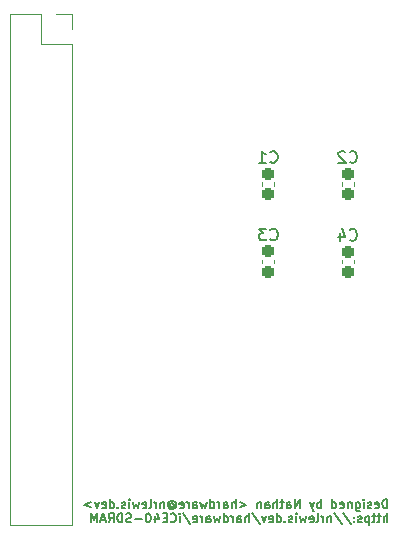
<source format=gbo>
G04 #@! TF.GenerationSoftware,KiCad,Pcbnew,6.0.1*
G04 #@! TF.CreationDate,2022-02-15T02:13:11-08:00*
G04 #@! TF.ProjectId,iCE40-SDRAM,69434534-302d-4534-9452-414d2e6b6963,rev?*
G04 #@! TF.SameCoordinates,Original*
G04 #@! TF.FileFunction,Legend,Bot*
G04 #@! TF.FilePolarity,Positive*
%FSLAX46Y46*%
G04 Gerber Fmt 4.6, Leading zero omitted, Abs format (unit mm)*
G04 Created by KiCad (PCBNEW 6.0.1) date 2022-02-15 02:13:11*
%MOMM*%
%LPD*%
G01*
G04 APERTURE LIST*
G04 Aperture macros list*
%AMRoundRect*
0 Rectangle with rounded corners*
0 $1 Rounding radius*
0 $2 $3 $4 $5 $6 $7 $8 $9 X,Y pos of 4 corners*
0 Add a 4 corners polygon primitive as box body*
4,1,4,$2,$3,$4,$5,$6,$7,$8,$9,$2,$3,0*
0 Add four circle primitives for the rounded corners*
1,1,$1+$1,$2,$3*
1,1,$1+$1,$4,$5*
1,1,$1+$1,$6,$7*
1,1,$1+$1,$8,$9*
0 Add four rect primitives between the rounded corners*
20,1,$1+$1,$2,$3,$4,$5,0*
20,1,$1+$1,$4,$5,$6,$7,0*
20,1,$1+$1,$6,$7,$8,$9,0*
20,1,$1+$1,$8,$9,$2,$3,0*%
G04 Aperture macros list end*
%ADD10C,0.150000*%
%ADD11C,0.120000*%
%ADD12RoundRect,0.237500X-0.237500X0.300000X-0.237500X-0.300000X0.237500X-0.300000X0.237500X0.300000X0*%
%ADD13RoundRect,0.237500X0.237500X-0.300000X0.237500X0.300000X-0.237500X0.300000X-0.237500X-0.300000X0*%
%ADD14O,1.700000X1.700000*%
%ADD15R,1.700000X1.700000*%
G04 APERTURE END LIST*
D10*
X152603928Y-95085535D02*
X152603928Y-94335535D01*
X152425357Y-94335535D01*
X152318214Y-94371250D01*
X152246785Y-94442678D01*
X152211071Y-94514107D01*
X152175357Y-94656964D01*
X152175357Y-94764107D01*
X152211071Y-94906964D01*
X152246785Y-94978392D01*
X152318214Y-95049821D01*
X152425357Y-95085535D01*
X152603928Y-95085535D01*
X151568214Y-95049821D02*
X151639642Y-95085535D01*
X151782500Y-95085535D01*
X151853928Y-95049821D01*
X151889642Y-94978392D01*
X151889642Y-94692678D01*
X151853928Y-94621250D01*
X151782500Y-94585535D01*
X151639642Y-94585535D01*
X151568214Y-94621250D01*
X151532500Y-94692678D01*
X151532500Y-94764107D01*
X151889642Y-94835535D01*
X151246785Y-95049821D02*
X151175357Y-95085535D01*
X151032500Y-95085535D01*
X150961071Y-95049821D01*
X150925357Y-94978392D01*
X150925357Y-94942678D01*
X150961071Y-94871250D01*
X151032500Y-94835535D01*
X151139642Y-94835535D01*
X151211071Y-94799821D01*
X151246785Y-94728392D01*
X151246785Y-94692678D01*
X151211071Y-94621250D01*
X151139642Y-94585535D01*
X151032500Y-94585535D01*
X150961071Y-94621250D01*
X150603928Y-95085535D02*
X150603928Y-94585535D01*
X150603928Y-94335535D02*
X150639642Y-94371250D01*
X150603928Y-94406964D01*
X150568214Y-94371250D01*
X150603928Y-94335535D01*
X150603928Y-94406964D01*
X149925357Y-94585535D02*
X149925357Y-95192678D01*
X149961071Y-95264107D01*
X149996785Y-95299821D01*
X150068214Y-95335535D01*
X150175357Y-95335535D01*
X150246785Y-95299821D01*
X149925357Y-95049821D02*
X149996785Y-95085535D01*
X150139642Y-95085535D01*
X150211071Y-95049821D01*
X150246785Y-95014107D01*
X150282500Y-94942678D01*
X150282500Y-94728392D01*
X150246785Y-94656964D01*
X150211071Y-94621250D01*
X150139642Y-94585535D01*
X149996785Y-94585535D01*
X149925357Y-94621250D01*
X149568214Y-94585535D02*
X149568214Y-95085535D01*
X149568214Y-94656964D02*
X149532500Y-94621250D01*
X149461071Y-94585535D01*
X149353928Y-94585535D01*
X149282500Y-94621250D01*
X149246785Y-94692678D01*
X149246785Y-95085535D01*
X148603928Y-95049821D02*
X148675357Y-95085535D01*
X148818214Y-95085535D01*
X148889642Y-95049821D01*
X148925357Y-94978392D01*
X148925357Y-94692678D01*
X148889642Y-94621250D01*
X148818214Y-94585535D01*
X148675357Y-94585535D01*
X148603928Y-94621250D01*
X148568214Y-94692678D01*
X148568214Y-94764107D01*
X148925357Y-94835535D01*
X147925357Y-95085535D02*
X147925357Y-94335535D01*
X147925357Y-95049821D02*
X147996785Y-95085535D01*
X148139642Y-95085535D01*
X148211071Y-95049821D01*
X148246785Y-95014107D01*
X148282500Y-94942678D01*
X148282500Y-94728392D01*
X148246785Y-94656964D01*
X148211071Y-94621250D01*
X148139642Y-94585535D01*
X147996785Y-94585535D01*
X147925357Y-94621250D01*
X146996785Y-95085535D02*
X146996785Y-94335535D01*
X146996785Y-94621250D02*
X146925357Y-94585535D01*
X146782500Y-94585535D01*
X146711071Y-94621250D01*
X146675357Y-94656964D01*
X146639642Y-94728392D01*
X146639642Y-94942678D01*
X146675357Y-95014107D01*
X146711071Y-95049821D01*
X146782500Y-95085535D01*
X146925357Y-95085535D01*
X146996785Y-95049821D01*
X146389642Y-94585535D02*
X146211071Y-95085535D01*
X146032500Y-94585535D02*
X146211071Y-95085535D01*
X146282500Y-95264107D01*
X146318214Y-95299821D01*
X146389642Y-95335535D01*
X145175357Y-95085535D02*
X145175357Y-94335535D01*
X144746785Y-95085535D01*
X144746785Y-94335535D01*
X144068214Y-95085535D02*
X144068214Y-94692678D01*
X144103928Y-94621250D01*
X144175357Y-94585535D01*
X144318214Y-94585535D01*
X144389642Y-94621250D01*
X144068214Y-95049821D02*
X144139642Y-95085535D01*
X144318214Y-95085535D01*
X144389642Y-95049821D01*
X144425357Y-94978392D01*
X144425357Y-94906964D01*
X144389642Y-94835535D01*
X144318214Y-94799821D01*
X144139642Y-94799821D01*
X144068214Y-94764107D01*
X143818214Y-94585535D02*
X143532500Y-94585535D01*
X143711071Y-94335535D02*
X143711071Y-94978392D01*
X143675357Y-95049821D01*
X143603928Y-95085535D01*
X143532500Y-95085535D01*
X143282500Y-95085535D02*
X143282500Y-94335535D01*
X142961071Y-95085535D02*
X142961071Y-94692678D01*
X142996785Y-94621250D01*
X143068214Y-94585535D01*
X143175357Y-94585535D01*
X143246785Y-94621250D01*
X143282500Y-94656964D01*
X142282500Y-95085535D02*
X142282500Y-94692678D01*
X142318214Y-94621250D01*
X142389642Y-94585535D01*
X142532500Y-94585535D01*
X142603928Y-94621250D01*
X142282500Y-95049821D02*
X142353928Y-95085535D01*
X142532500Y-95085535D01*
X142603928Y-95049821D01*
X142639642Y-94978392D01*
X142639642Y-94906964D01*
X142603928Y-94835535D01*
X142532500Y-94799821D01*
X142353928Y-94799821D01*
X142282500Y-94764107D01*
X141925357Y-94585535D02*
X141925357Y-95085535D01*
X141925357Y-94656964D02*
X141889642Y-94621250D01*
X141818214Y-94585535D01*
X141711071Y-94585535D01*
X141639642Y-94621250D01*
X141603928Y-94692678D01*
X141603928Y-95085535D01*
X140103928Y-94585535D02*
X140675357Y-94799821D01*
X140103928Y-95014107D01*
X139746785Y-95085535D02*
X139746785Y-94335535D01*
X139425357Y-95085535D02*
X139425357Y-94692678D01*
X139461071Y-94621250D01*
X139532500Y-94585535D01*
X139639642Y-94585535D01*
X139711071Y-94621250D01*
X139746785Y-94656964D01*
X138746785Y-95085535D02*
X138746785Y-94692678D01*
X138782500Y-94621250D01*
X138853928Y-94585535D01*
X138996785Y-94585535D01*
X139068214Y-94621250D01*
X138746785Y-95049821D02*
X138818214Y-95085535D01*
X138996785Y-95085535D01*
X139068214Y-95049821D01*
X139103928Y-94978392D01*
X139103928Y-94906964D01*
X139068214Y-94835535D01*
X138996785Y-94799821D01*
X138818214Y-94799821D01*
X138746785Y-94764107D01*
X138389642Y-95085535D02*
X138389642Y-94585535D01*
X138389642Y-94728392D02*
X138353928Y-94656964D01*
X138318214Y-94621250D01*
X138246785Y-94585535D01*
X138175357Y-94585535D01*
X137603928Y-95085535D02*
X137603928Y-94335535D01*
X137603928Y-95049821D02*
X137675357Y-95085535D01*
X137818214Y-95085535D01*
X137889642Y-95049821D01*
X137925357Y-95014107D01*
X137961071Y-94942678D01*
X137961071Y-94728392D01*
X137925357Y-94656964D01*
X137889642Y-94621250D01*
X137818214Y-94585535D01*
X137675357Y-94585535D01*
X137603928Y-94621250D01*
X137318214Y-94585535D02*
X137175357Y-95085535D01*
X137032500Y-94728392D01*
X136889642Y-95085535D01*
X136746785Y-94585535D01*
X136139642Y-95085535D02*
X136139642Y-94692678D01*
X136175357Y-94621250D01*
X136246785Y-94585535D01*
X136389642Y-94585535D01*
X136461071Y-94621250D01*
X136139642Y-95049821D02*
X136211071Y-95085535D01*
X136389642Y-95085535D01*
X136461071Y-95049821D01*
X136496785Y-94978392D01*
X136496785Y-94906964D01*
X136461071Y-94835535D01*
X136389642Y-94799821D01*
X136211071Y-94799821D01*
X136139642Y-94764107D01*
X135782500Y-95085535D02*
X135782500Y-94585535D01*
X135782500Y-94728392D02*
X135746785Y-94656964D01*
X135711071Y-94621250D01*
X135639642Y-94585535D01*
X135568214Y-94585535D01*
X135032500Y-95049821D02*
X135103928Y-95085535D01*
X135246785Y-95085535D01*
X135318214Y-95049821D01*
X135353928Y-94978392D01*
X135353928Y-94692678D01*
X135318214Y-94621250D01*
X135246785Y-94585535D01*
X135103928Y-94585535D01*
X135032500Y-94621250D01*
X134996785Y-94692678D01*
X134996785Y-94764107D01*
X135353928Y-94835535D01*
X134211071Y-94728392D02*
X134246785Y-94692678D01*
X134318214Y-94656964D01*
X134389642Y-94656964D01*
X134461071Y-94692678D01*
X134496785Y-94728392D01*
X134532500Y-94799821D01*
X134532500Y-94871250D01*
X134496785Y-94942678D01*
X134461071Y-94978392D01*
X134389642Y-95014107D01*
X134318214Y-95014107D01*
X134246785Y-94978392D01*
X134211071Y-94942678D01*
X134211071Y-94656964D02*
X134211071Y-94942678D01*
X134175357Y-94978392D01*
X134139642Y-94978392D01*
X134068214Y-94942678D01*
X134032500Y-94871250D01*
X134032500Y-94692678D01*
X134103928Y-94585535D01*
X134211071Y-94514107D01*
X134353928Y-94478392D01*
X134496785Y-94514107D01*
X134603928Y-94585535D01*
X134675357Y-94692678D01*
X134711071Y-94835535D01*
X134675357Y-94978392D01*
X134603928Y-95085535D01*
X134496785Y-95156964D01*
X134353928Y-95192678D01*
X134211071Y-95156964D01*
X134103928Y-95085535D01*
X133711071Y-94585535D02*
X133711071Y-95085535D01*
X133711071Y-94656964D02*
X133675357Y-94621250D01*
X133603928Y-94585535D01*
X133496785Y-94585535D01*
X133425357Y-94621250D01*
X133389642Y-94692678D01*
X133389642Y-95085535D01*
X133032500Y-95085535D02*
X133032500Y-94585535D01*
X133032500Y-94728392D02*
X132996785Y-94656964D01*
X132961071Y-94621250D01*
X132889642Y-94585535D01*
X132818214Y-94585535D01*
X132461071Y-95085535D02*
X132532500Y-95049821D01*
X132568214Y-94978392D01*
X132568214Y-94335535D01*
X131889642Y-95049821D02*
X131961071Y-95085535D01*
X132103928Y-95085535D01*
X132175357Y-95049821D01*
X132211071Y-94978392D01*
X132211071Y-94692678D01*
X132175357Y-94621250D01*
X132103928Y-94585535D01*
X131961071Y-94585535D01*
X131889642Y-94621250D01*
X131853928Y-94692678D01*
X131853928Y-94764107D01*
X132211071Y-94835535D01*
X131603928Y-94585535D02*
X131461071Y-95085535D01*
X131318214Y-94728392D01*
X131175357Y-95085535D01*
X131032500Y-94585535D01*
X130746785Y-95085535D02*
X130746785Y-94585535D01*
X130746785Y-94335535D02*
X130782500Y-94371250D01*
X130746785Y-94406964D01*
X130711071Y-94371250D01*
X130746785Y-94335535D01*
X130746785Y-94406964D01*
X130425357Y-95049821D02*
X130353928Y-95085535D01*
X130211071Y-95085535D01*
X130139642Y-95049821D01*
X130103928Y-94978392D01*
X130103928Y-94942678D01*
X130139642Y-94871250D01*
X130211071Y-94835535D01*
X130318214Y-94835535D01*
X130389642Y-94799821D01*
X130425357Y-94728392D01*
X130425357Y-94692678D01*
X130389642Y-94621250D01*
X130318214Y-94585535D01*
X130211071Y-94585535D01*
X130139642Y-94621250D01*
X129782500Y-95014107D02*
X129746785Y-95049821D01*
X129782500Y-95085535D01*
X129818214Y-95049821D01*
X129782500Y-95014107D01*
X129782500Y-95085535D01*
X129103928Y-95085535D02*
X129103928Y-94335535D01*
X129103928Y-95049821D02*
X129175357Y-95085535D01*
X129318214Y-95085535D01*
X129389642Y-95049821D01*
X129425357Y-95014107D01*
X129461071Y-94942678D01*
X129461071Y-94728392D01*
X129425357Y-94656964D01*
X129389642Y-94621250D01*
X129318214Y-94585535D01*
X129175357Y-94585535D01*
X129103928Y-94621250D01*
X128461071Y-95049821D02*
X128532500Y-95085535D01*
X128675357Y-95085535D01*
X128746785Y-95049821D01*
X128782500Y-94978392D01*
X128782500Y-94692678D01*
X128746785Y-94621250D01*
X128675357Y-94585535D01*
X128532500Y-94585535D01*
X128461071Y-94621250D01*
X128425357Y-94692678D01*
X128425357Y-94764107D01*
X128782500Y-94835535D01*
X128175357Y-94585535D02*
X127996785Y-95085535D01*
X127818214Y-94585535D01*
X127532500Y-94585535D02*
X126961071Y-94799821D01*
X127532500Y-95014107D01*
X152603928Y-96293035D02*
X152603928Y-95543035D01*
X152282500Y-96293035D02*
X152282500Y-95900178D01*
X152318214Y-95828750D01*
X152389642Y-95793035D01*
X152496785Y-95793035D01*
X152568214Y-95828750D01*
X152603928Y-95864464D01*
X152032500Y-95793035D02*
X151746785Y-95793035D01*
X151925357Y-95543035D02*
X151925357Y-96185892D01*
X151889642Y-96257321D01*
X151818214Y-96293035D01*
X151746785Y-96293035D01*
X151603928Y-95793035D02*
X151318214Y-95793035D01*
X151496785Y-95543035D02*
X151496785Y-96185892D01*
X151461071Y-96257321D01*
X151389642Y-96293035D01*
X151318214Y-96293035D01*
X151068214Y-95793035D02*
X151068214Y-96543035D01*
X151068214Y-95828750D02*
X150996785Y-95793035D01*
X150853928Y-95793035D01*
X150782500Y-95828750D01*
X150746785Y-95864464D01*
X150711071Y-95935892D01*
X150711071Y-96150178D01*
X150746785Y-96221607D01*
X150782500Y-96257321D01*
X150853928Y-96293035D01*
X150996785Y-96293035D01*
X151068214Y-96257321D01*
X150425357Y-96257321D02*
X150353928Y-96293035D01*
X150211071Y-96293035D01*
X150139642Y-96257321D01*
X150103928Y-96185892D01*
X150103928Y-96150178D01*
X150139642Y-96078750D01*
X150211071Y-96043035D01*
X150318214Y-96043035D01*
X150389642Y-96007321D01*
X150425357Y-95935892D01*
X150425357Y-95900178D01*
X150389642Y-95828750D01*
X150318214Y-95793035D01*
X150211071Y-95793035D01*
X150139642Y-95828750D01*
X149782500Y-96221607D02*
X149746785Y-96257321D01*
X149782500Y-96293035D01*
X149818214Y-96257321D01*
X149782500Y-96221607D01*
X149782500Y-96293035D01*
X149782500Y-95828750D02*
X149746785Y-95864464D01*
X149782500Y-95900178D01*
X149818214Y-95864464D01*
X149782500Y-95828750D01*
X149782500Y-95900178D01*
X148889642Y-95507321D02*
X149532500Y-96471607D01*
X148103928Y-95507321D02*
X148746785Y-96471607D01*
X147853928Y-95793035D02*
X147853928Y-96293035D01*
X147853928Y-95864464D02*
X147818214Y-95828750D01*
X147746785Y-95793035D01*
X147639642Y-95793035D01*
X147568214Y-95828750D01*
X147532500Y-95900178D01*
X147532500Y-96293035D01*
X147175357Y-96293035D02*
X147175357Y-95793035D01*
X147175357Y-95935892D02*
X147139642Y-95864464D01*
X147103928Y-95828750D01*
X147032500Y-95793035D01*
X146961071Y-95793035D01*
X146603928Y-96293035D02*
X146675357Y-96257321D01*
X146711071Y-96185892D01*
X146711071Y-95543035D01*
X146032500Y-96257321D02*
X146103928Y-96293035D01*
X146246785Y-96293035D01*
X146318214Y-96257321D01*
X146353928Y-96185892D01*
X146353928Y-95900178D01*
X146318214Y-95828750D01*
X146246785Y-95793035D01*
X146103928Y-95793035D01*
X146032500Y-95828750D01*
X145996785Y-95900178D01*
X145996785Y-95971607D01*
X146353928Y-96043035D01*
X145746785Y-95793035D02*
X145603928Y-96293035D01*
X145461071Y-95935892D01*
X145318214Y-96293035D01*
X145175357Y-95793035D01*
X144889642Y-96293035D02*
X144889642Y-95793035D01*
X144889642Y-95543035D02*
X144925357Y-95578750D01*
X144889642Y-95614464D01*
X144853928Y-95578750D01*
X144889642Y-95543035D01*
X144889642Y-95614464D01*
X144568214Y-96257321D02*
X144496785Y-96293035D01*
X144353928Y-96293035D01*
X144282500Y-96257321D01*
X144246785Y-96185892D01*
X144246785Y-96150178D01*
X144282500Y-96078750D01*
X144353928Y-96043035D01*
X144461071Y-96043035D01*
X144532500Y-96007321D01*
X144568214Y-95935892D01*
X144568214Y-95900178D01*
X144532500Y-95828750D01*
X144461071Y-95793035D01*
X144353928Y-95793035D01*
X144282500Y-95828750D01*
X143925357Y-96221607D02*
X143889642Y-96257321D01*
X143925357Y-96293035D01*
X143961071Y-96257321D01*
X143925357Y-96221607D01*
X143925357Y-96293035D01*
X143246785Y-96293035D02*
X143246785Y-95543035D01*
X143246785Y-96257321D02*
X143318214Y-96293035D01*
X143461071Y-96293035D01*
X143532500Y-96257321D01*
X143568214Y-96221607D01*
X143603928Y-96150178D01*
X143603928Y-95935892D01*
X143568214Y-95864464D01*
X143532500Y-95828750D01*
X143461071Y-95793035D01*
X143318214Y-95793035D01*
X143246785Y-95828750D01*
X142603928Y-96257321D02*
X142675357Y-96293035D01*
X142818214Y-96293035D01*
X142889642Y-96257321D01*
X142925357Y-96185892D01*
X142925357Y-95900178D01*
X142889642Y-95828750D01*
X142818214Y-95793035D01*
X142675357Y-95793035D01*
X142603928Y-95828750D01*
X142568214Y-95900178D01*
X142568214Y-95971607D01*
X142925357Y-96043035D01*
X142318214Y-95793035D02*
X142139642Y-96293035D01*
X141961071Y-95793035D01*
X141139642Y-95507321D02*
X141782500Y-96471607D01*
X140889642Y-96293035D02*
X140889642Y-95543035D01*
X140568214Y-96293035D02*
X140568214Y-95900178D01*
X140603928Y-95828750D01*
X140675357Y-95793035D01*
X140782500Y-95793035D01*
X140853928Y-95828750D01*
X140889642Y-95864464D01*
X139889642Y-96293035D02*
X139889642Y-95900178D01*
X139925357Y-95828750D01*
X139996785Y-95793035D01*
X140139642Y-95793035D01*
X140211071Y-95828750D01*
X139889642Y-96257321D02*
X139961071Y-96293035D01*
X140139642Y-96293035D01*
X140211071Y-96257321D01*
X140246785Y-96185892D01*
X140246785Y-96114464D01*
X140211071Y-96043035D01*
X140139642Y-96007321D01*
X139961071Y-96007321D01*
X139889642Y-95971607D01*
X139532500Y-96293035D02*
X139532500Y-95793035D01*
X139532500Y-95935892D02*
X139496785Y-95864464D01*
X139461071Y-95828750D01*
X139389642Y-95793035D01*
X139318214Y-95793035D01*
X138746785Y-96293035D02*
X138746785Y-95543035D01*
X138746785Y-96257321D02*
X138818214Y-96293035D01*
X138961071Y-96293035D01*
X139032500Y-96257321D01*
X139068214Y-96221607D01*
X139103928Y-96150178D01*
X139103928Y-95935892D01*
X139068214Y-95864464D01*
X139032500Y-95828750D01*
X138961071Y-95793035D01*
X138818214Y-95793035D01*
X138746785Y-95828750D01*
X138461071Y-95793035D02*
X138318214Y-96293035D01*
X138175357Y-95935892D01*
X138032500Y-96293035D01*
X137889642Y-95793035D01*
X137282500Y-96293035D02*
X137282500Y-95900178D01*
X137318214Y-95828750D01*
X137389642Y-95793035D01*
X137532500Y-95793035D01*
X137603928Y-95828750D01*
X137282500Y-96257321D02*
X137353928Y-96293035D01*
X137532500Y-96293035D01*
X137603928Y-96257321D01*
X137639642Y-96185892D01*
X137639642Y-96114464D01*
X137603928Y-96043035D01*
X137532500Y-96007321D01*
X137353928Y-96007321D01*
X137282500Y-95971607D01*
X136925357Y-96293035D02*
X136925357Y-95793035D01*
X136925357Y-95935892D02*
X136889642Y-95864464D01*
X136853928Y-95828750D01*
X136782500Y-95793035D01*
X136711071Y-95793035D01*
X136175357Y-96257321D02*
X136246785Y-96293035D01*
X136389642Y-96293035D01*
X136461071Y-96257321D01*
X136496785Y-96185892D01*
X136496785Y-95900178D01*
X136461071Y-95828750D01*
X136389642Y-95793035D01*
X136246785Y-95793035D01*
X136175357Y-95828750D01*
X136139642Y-95900178D01*
X136139642Y-95971607D01*
X136496785Y-96043035D01*
X135282500Y-95507321D02*
X135925357Y-96471607D01*
X135032500Y-96293035D02*
X135032500Y-95793035D01*
X135032500Y-95543035D02*
X135068214Y-95578750D01*
X135032500Y-95614464D01*
X134996785Y-95578750D01*
X135032500Y-95543035D01*
X135032500Y-95614464D01*
X134246785Y-96221607D02*
X134282500Y-96257321D01*
X134389642Y-96293035D01*
X134461071Y-96293035D01*
X134568214Y-96257321D01*
X134639642Y-96185892D01*
X134675357Y-96114464D01*
X134711071Y-95971607D01*
X134711071Y-95864464D01*
X134675357Y-95721607D01*
X134639642Y-95650178D01*
X134568214Y-95578750D01*
X134461071Y-95543035D01*
X134389642Y-95543035D01*
X134282500Y-95578750D01*
X134246785Y-95614464D01*
X133925357Y-95900178D02*
X133675357Y-95900178D01*
X133568214Y-96293035D02*
X133925357Y-96293035D01*
X133925357Y-95543035D01*
X133568214Y-95543035D01*
X132925357Y-95793035D02*
X132925357Y-96293035D01*
X133103928Y-95507321D02*
X133282499Y-96043035D01*
X132818214Y-96043035D01*
X132389642Y-95543035D02*
X132318214Y-95543035D01*
X132246785Y-95578750D01*
X132211071Y-95614464D01*
X132175357Y-95685892D01*
X132139642Y-95828750D01*
X132139642Y-96007321D01*
X132175357Y-96150178D01*
X132211071Y-96221607D01*
X132246785Y-96257321D01*
X132318214Y-96293035D01*
X132389642Y-96293035D01*
X132461071Y-96257321D01*
X132496785Y-96221607D01*
X132532499Y-96150178D01*
X132568214Y-96007321D01*
X132568214Y-95828750D01*
X132532499Y-95685892D01*
X132496785Y-95614464D01*
X132461071Y-95578750D01*
X132389642Y-95543035D01*
X131818214Y-96007321D02*
X131246785Y-96007321D01*
X130925357Y-96257321D02*
X130818214Y-96293035D01*
X130639642Y-96293035D01*
X130568214Y-96257321D01*
X130532499Y-96221607D01*
X130496785Y-96150178D01*
X130496785Y-96078750D01*
X130532499Y-96007321D01*
X130568214Y-95971607D01*
X130639642Y-95935892D01*
X130782499Y-95900178D01*
X130853928Y-95864464D01*
X130889642Y-95828750D01*
X130925357Y-95757321D01*
X130925357Y-95685892D01*
X130889642Y-95614464D01*
X130853928Y-95578750D01*
X130782499Y-95543035D01*
X130603928Y-95543035D01*
X130496785Y-95578750D01*
X130175357Y-96293035D02*
X130175357Y-95543035D01*
X129996785Y-95543035D01*
X129889642Y-95578750D01*
X129818214Y-95650178D01*
X129782499Y-95721607D01*
X129746785Y-95864464D01*
X129746785Y-95971607D01*
X129782499Y-96114464D01*
X129818214Y-96185892D01*
X129889642Y-96257321D01*
X129996785Y-96293035D01*
X130175357Y-96293035D01*
X128996785Y-96293035D02*
X129246785Y-95935892D01*
X129425357Y-96293035D02*
X129425357Y-95543035D01*
X129139642Y-95543035D01*
X129068214Y-95578750D01*
X129032499Y-95614464D01*
X128996785Y-95685892D01*
X128996785Y-95793035D01*
X129032499Y-95864464D01*
X129068214Y-95900178D01*
X129139642Y-95935892D01*
X129425357Y-95935892D01*
X128711071Y-96078750D02*
X128353928Y-96078750D01*
X128782499Y-96293035D02*
X128532499Y-95543035D01*
X128282499Y-96293035D01*
X128032499Y-96293035D02*
X128032499Y-95543035D01*
X127782499Y-96078750D01*
X127532499Y-95543035D01*
X127532499Y-96293035D01*
X149411666Y-72357142D02*
X149459285Y-72404761D01*
X149602142Y-72452380D01*
X149697380Y-72452380D01*
X149840238Y-72404761D01*
X149935476Y-72309523D01*
X149983095Y-72214285D01*
X150030714Y-72023809D01*
X150030714Y-71880952D01*
X149983095Y-71690476D01*
X149935476Y-71595238D01*
X149840238Y-71500000D01*
X149697380Y-71452380D01*
X149602142Y-71452380D01*
X149459285Y-71500000D01*
X149411666Y-71547619D01*
X148554523Y-71785714D02*
X148554523Y-72452380D01*
X148792619Y-71404761D02*
X149030714Y-72119047D01*
X148411666Y-72119047D01*
X142701666Y-72327142D02*
X142749285Y-72374761D01*
X142892142Y-72422380D01*
X142987380Y-72422380D01*
X143130238Y-72374761D01*
X143225476Y-72279523D01*
X143273095Y-72184285D01*
X143320714Y-71993809D01*
X143320714Y-71850952D01*
X143273095Y-71660476D01*
X143225476Y-71565238D01*
X143130238Y-71470000D01*
X142987380Y-71422380D01*
X142892142Y-71422380D01*
X142749285Y-71470000D01*
X142701666Y-71517619D01*
X142368333Y-71422380D02*
X141749285Y-71422380D01*
X142082619Y-71803333D01*
X141939761Y-71803333D01*
X141844523Y-71850952D01*
X141796904Y-71898571D01*
X141749285Y-71993809D01*
X141749285Y-72231904D01*
X141796904Y-72327142D01*
X141844523Y-72374761D01*
X141939761Y-72422380D01*
X142225476Y-72422380D01*
X142320714Y-72374761D01*
X142368333Y-72327142D01*
X149411666Y-65757142D02*
X149459285Y-65804761D01*
X149602142Y-65852380D01*
X149697380Y-65852380D01*
X149840238Y-65804761D01*
X149935476Y-65709523D01*
X149983095Y-65614285D01*
X150030714Y-65423809D01*
X150030714Y-65280952D01*
X149983095Y-65090476D01*
X149935476Y-64995238D01*
X149840238Y-64900000D01*
X149697380Y-64852380D01*
X149602142Y-64852380D01*
X149459285Y-64900000D01*
X149411666Y-64947619D01*
X149030714Y-64947619D02*
X148983095Y-64900000D01*
X148887857Y-64852380D01*
X148649761Y-64852380D01*
X148554523Y-64900000D01*
X148506904Y-64947619D01*
X148459285Y-65042857D01*
X148459285Y-65138095D01*
X148506904Y-65280952D01*
X149078333Y-65852380D01*
X148459285Y-65852380D01*
X142686666Y-65767142D02*
X142734285Y-65814761D01*
X142877142Y-65862380D01*
X142972380Y-65862380D01*
X143115238Y-65814761D01*
X143210476Y-65719523D01*
X143258095Y-65624285D01*
X143305714Y-65433809D01*
X143305714Y-65290952D01*
X143258095Y-65100476D01*
X143210476Y-65005238D01*
X143115238Y-64910000D01*
X142972380Y-64862380D01*
X142877142Y-64862380D01*
X142734285Y-64910000D01*
X142686666Y-64957619D01*
X141734285Y-65862380D02*
X142305714Y-65862380D01*
X142020000Y-65862380D02*
X142020000Y-64862380D01*
X142115238Y-65005238D01*
X142210476Y-65100476D01*
X142305714Y-65148095D01*
D11*
X148735000Y-74083733D02*
X148735000Y-74376267D01*
X149755000Y-74083733D02*
X149755000Y-74376267D01*
X143045000Y-74356267D02*
X143045000Y-74063733D01*
X142025000Y-74356267D02*
X142025000Y-74063733D01*
X149755000Y-67786267D02*
X149755000Y-67493733D01*
X148735000Y-67786267D02*
X148735000Y-67493733D01*
X143035000Y-67491233D02*
X143035000Y-67783767D01*
X142015000Y-67491233D02*
X142015000Y-67783767D01*
X125870000Y-55820000D02*
X123270000Y-55820000D01*
X120670000Y-53220000D02*
X120670000Y-96520000D01*
X123270000Y-55820000D02*
X123270000Y-53220000D01*
X125870000Y-96520000D02*
X120670000Y-96520000D01*
X125870000Y-55820000D02*
X125870000Y-96520000D01*
X125870000Y-53220000D02*
X124540000Y-53220000D01*
X123270000Y-53220000D02*
X120670000Y-53220000D01*
X125870000Y-54550000D02*
X125870000Y-53220000D01*
%LPC*%
D12*
X149245000Y-73367500D03*
X149245000Y-75092500D03*
D13*
X142535000Y-75072500D03*
X142535000Y-73347500D03*
X149245000Y-68502500D03*
X149245000Y-66777500D03*
D12*
X142525000Y-68500000D03*
X142525000Y-66775000D03*
D14*
X122000000Y-95190000D03*
X124540000Y-95190000D03*
X122000000Y-92650000D03*
X124540000Y-92650000D03*
X122000000Y-90110000D03*
X124540000Y-90110000D03*
X122000000Y-87570000D03*
X124540000Y-87570000D03*
X122000000Y-85030000D03*
X124540000Y-85030000D03*
X122000000Y-82490000D03*
X124540000Y-82490000D03*
X122000000Y-79950000D03*
X124540000Y-79950000D03*
X122000000Y-77410000D03*
X124540000Y-77410000D03*
X122000000Y-74870000D03*
X124540000Y-74870000D03*
X122000000Y-72330000D03*
X124540000Y-72330000D03*
X122000000Y-69790000D03*
X124540000Y-69790000D03*
X122000000Y-67250000D03*
X124540000Y-67250000D03*
X122000000Y-64710000D03*
X124540000Y-64710000D03*
X122000000Y-62170000D03*
X124540000Y-62170000D03*
X122000000Y-59630000D03*
X124540000Y-59630000D03*
X122000000Y-57090000D03*
X124540000Y-57090000D03*
X122000000Y-54550000D03*
D15*
X124540000Y-54550000D03*
M02*

</source>
